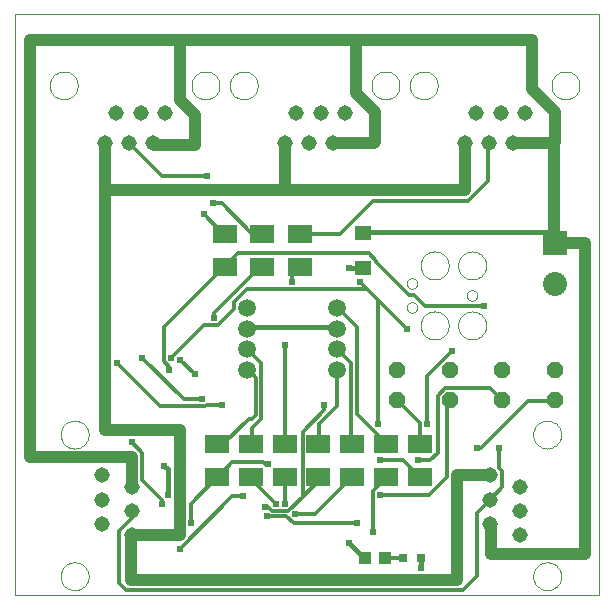
<source format=gtl>
G75*
G70*
%OFA0B0*%
%FSLAX24Y24*%
%IPPOS*%
%LPD*%
%AMOC8*
5,1,8,0,0,1.08239X$1,22.5*
%
%ADD10C,0.0000*%
%ADD11OC8,0.0520*%
%ADD12R,0.0800X0.0800*%
%ADD13C,0.0800*%
%ADD14C,0.0515*%
%ADD15C,0.0594*%
%ADD16R,0.0787X0.0630*%
%ADD17R,0.0433X0.0394*%
%ADD18R,0.0315X0.0315*%
%ADD19R,0.0551X0.0472*%
%ADD20C,0.0180*%
%ADD21C,0.0240*%
%ADD22C,0.0080*%
%ADD23C,0.0120*%
%ADD24C,0.0400*%
D10*
X000483Y000350D02*
X000483Y019721D01*
X019978Y019721D01*
X019978Y000350D01*
X000483Y000350D01*
X002018Y000988D02*
X002020Y001031D01*
X002026Y001073D01*
X002036Y001115D01*
X002049Y001156D01*
X002067Y001195D01*
X002088Y001233D01*
X002112Y001268D01*
X002139Y001301D01*
X002170Y001332D01*
X002203Y001359D01*
X002238Y001383D01*
X002276Y001404D01*
X002315Y001422D01*
X002356Y001435D01*
X002398Y001445D01*
X002440Y001451D01*
X002483Y001453D01*
X002526Y001451D01*
X002568Y001445D01*
X002610Y001435D01*
X002651Y001422D01*
X002690Y001404D01*
X002728Y001383D01*
X002763Y001359D01*
X002796Y001332D01*
X002827Y001301D01*
X002854Y001268D01*
X002878Y001233D01*
X002899Y001195D01*
X002917Y001156D01*
X002930Y001115D01*
X002940Y001073D01*
X002946Y001031D01*
X002948Y000988D01*
X002946Y000945D01*
X002940Y000903D01*
X002930Y000861D01*
X002917Y000820D01*
X002899Y000781D01*
X002878Y000743D01*
X002854Y000708D01*
X002827Y000675D01*
X002796Y000644D01*
X002763Y000617D01*
X002728Y000593D01*
X002690Y000572D01*
X002651Y000554D01*
X002610Y000541D01*
X002568Y000531D01*
X002526Y000525D01*
X002483Y000523D01*
X002440Y000525D01*
X002398Y000531D01*
X002356Y000541D01*
X002315Y000554D01*
X002276Y000572D01*
X002238Y000593D01*
X002203Y000617D01*
X002170Y000644D01*
X002139Y000675D01*
X002112Y000708D01*
X002088Y000743D01*
X002067Y000781D01*
X002049Y000820D01*
X002036Y000861D01*
X002026Y000903D01*
X002020Y000945D01*
X002018Y000988D01*
X002018Y005712D02*
X002020Y005755D01*
X002026Y005797D01*
X002036Y005839D01*
X002049Y005880D01*
X002067Y005919D01*
X002088Y005957D01*
X002112Y005992D01*
X002139Y006025D01*
X002170Y006056D01*
X002203Y006083D01*
X002238Y006107D01*
X002276Y006128D01*
X002315Y006146D01*
X002356Y006159D01*
X002398Y006169D01*
X002440Y006175D01*
X002483Y006177D01*
X002526Y006175D01*
X002568Y006169D01*
X002610Y006159D01*
X002651Y006146D01*
X002690Y006128D01*
X002728Y006107D01*
X002763Y006083D01*
X002796Y006056D01*
X002827Y006025D01*
X002854Y005992D01*
X002878Y005957D01*
X002899Y005919D01*
X002917Y005880D01*
X002930Y005839D01*
X002940Y005797D01*
X002946Y005755D01*
X002948Y005712D01*
X002946Y005669D01*
X002940Y005627D01*
X002930Y005585D01*
X002917Y005544D01*
X002899Y005505D01*
X002878Y005467D01*
X002854Y005432D01*
X002827Y005399D01*
X002796Y005368D01*
X002763Y005341D01*
X002728Y005317D01*
X002690Y005296D01*
X002651Y005278D01*
X002610Y005265D01*
X002568Y005255D01*
X002526Y005249D01*
X002483Y005247D01*
X002440Y005249D01*
X002398Y005255D01*
X002356Y005265D01*
X002315Y005278D01*
X002276Y005296D01*
X002238Y005317D01*
X002203Y005341D01*
X002170Y005368D01*
X002139Y005399D01*
X002112Y005432D01*
X002088Y005467D01*
X002067Y005505D01*
X002049Y005544D01*
X002036Y005585D01*
X002026Y005627D01*
X002020Y005669D01*
X002018Y005712D01*
X013558Y009950D02*
X013560Y009976D01*
X013566Y010002D01*
X013575Y010026D01*
X013588Y010049D01*
X013605Y010069D01*
X013624Y010087D01*
X013646Y010102D01*
X013669Y010113D01*
X013694Y010121D01*
X013720Y010125D01*
X013746Y010125D01*
X013772Y010121D01*
X013797Y010113D01*
X013821Y010102D01*
X013842Y010087D01*
X013861Y010069D01*
X013878Y010049D01*
X013891Y010026D01*
X013900Y010002D01*
X013906Y009976D01*
X013908Y009950D01*
X013906Y009924D01*
X013900Y009898D01*
X013891Y009874D01*
X013878Y009851D01*
X013861Y009831D01*
X013842Y009813D01*
X013820Y009798D01*
X013797Y009787D01*
X013772Y009779D01*
X013746Y009775D01*
X013720Y009775D01*
X013694Y009779D01*
X013669Y009787D01*
X013645Y009798D01*
X013624Y009813D01*
X013605Y009831D01*
X013588Y009851D01*
X013575Y009874D01*
X013566Y009898D01*
X013560Y009924D01*
X013558Y009950D01*
X013558Y010750D02*
X013560Y010776D01*
X013566Y010802D01*
X013575Y010826D01*
X013588Y010849D01*
X013605Y010869D01*
X013624Y010887D01*
X013646Y010902D01*
X013669Y010913D01*
X013694Y010921D01*
X013720Y010925D01*
X013746Y010925D01*
X013772Y010921D01*
X013797Y010913D01*
X013821Y010902D01*
X013842Y010887D01*
X013861Y010869D01*
X013878Y010849D01*
X013891Y010826D01*
X013900Y010802D01*
X013906Y010776D01*
X013908Y010750D01*
X013906Y010724D01*
X013900Y010698D01*
X013891Y010674D01*
X013878Y010651D01*
X013861Y010631D01*
X013842Y010613D01*
X013820Y010598D01*
X013797Y010587D01*
X013772Y010579D01*
X013746Y010575D01*
X013720Y010575D01*
X013694Y010579D01*
X013669Y010587D01*
X013645Y010598D01*
X013624Y010613D01*
X013605Y010631D01*
X013588Y010651D01*
X013575Y010674D01*
X013566Y010698D01*
X013560Y010724D01*
X013558Y010750D01*
X014016Y011350D02*
X014018Y011393D01*
X014024Y011436D01*
X014034Y011478D01*
X014048Y011519D01*
X014065Y011558D01*
X014086Y011596D01*
X014110Y011631D01*
X014138Y011665D01*
X014168Y011695D01*
X014202Y011723D01*
X014237Y011747D01*
X014275Y011768D01*
X014314Y011785D01*
X014355Y011799D01*
X014397Y011809D01*
X014440Y011815D01*
X014483Y011817D01*
X014526Y011815D01*
X014569Y011809D01*
X014611Y011799D01*
X014652Y011785D01*
X014691Y011768D01*
X014729Y011747D01*
X014764Y011723D01*
X014798Y011695D01*
X014828Y011665D01*
X014856Y011631D01*
X014880Y011596D01*
X014901Y011558D01*
X014918Y011519D01*
X014932Y011478D01*
X014942Y011436D01*
X014948Y011393D01*
X014950Y011350D01*
X014948Y011307D01*
X014942Y011264D01*
X014932Y011222D01*
X014918Y011181D01*
X014901Y011142D01*
X014880Y011104D01*
X014856Y011069D01*
X014828Y011035D01*
X014798Y011005D01*
X014764Y010977D01*
X014729Y010953D01*
X014691Y010932D01*
X014652Y010915D01*
X014611Y010901D01*
X014569Y010891D01*
X014526Y010885D01*
X014483Y010883D01*
X014440Y010885D01*
X014397Y010891D01*
X014355Y010901D01*
X014314Y010915D01*
X014275Y010932D01*
X014237Y010953D01*
X014202Y010977D01*
X014168Y011005D01*
X014138Y011035D01*
X014110Y011069D01*
X014086Y011104D01*
X014065Y011142D01*
X014048Y011181D01*
X014034Y011222D01*
X014024Y011264D01*
X014018Y011307D01*
X014016Y011350D01*
X015266Y011350D02*
X015268Y011393D01*
X015274Y011436D01*
X015284Y011478D01*
X015298Y011519D01*
X015315Y011558D01*
X015336Y011596D01*
X015360Y011631D01*
X015388Y011665D01*
X015418Y011695D01*
X015452Y011723D01*
X015487Y011747D01*
X015525Y011768D01*
X015564Y011785D01*
X015605Y011799D01*
X015647Y011809D01*
X015690Y011815D01*
X015733Y011817D01*
X015776Y011815D01*
X015819Y011809D01*
X015861Y011799D01*
X015902Y011785D01*
X015941Y011768D01*
X015979Y011747D01*
X016014Y011723D01*
X016048Y011695D01*
X016078Y011665D01*
X016106Y011631D01*
X016130Y011596D01*
X016151Y011558D01*
X016168Y011519D01*
X016182Y011478D01*
X016192Y011436D01*
X016198Y011393D01*
X016200Y011350D01*
X016198Y011307D01*
X016192Y011264D01*
X016182Y011222D01*
X016168Y011181D01*
X016151Y011142D01*
X016130Y011104D01*
X016106Y011069D01*
X016078Y011035D01*
X016048Y011005D01*
X016014Y010977D01*
X015979Y010953D01*
X015941Y010932D01*
X015902Y010915D01*
X015861Y010901D01*
X015819Y010891D01*
X015776Y010885D01*
X015733Y010883D01*
X015690Y010885D01*
X015647Y010891D01*
X015605Y010901D01*
X015564Y010915D01*
X015525Y010932D01*
X015487Y010953D01*
X015452Y010977D01*
X015418Y011005D01*
X015388Y011035D01*
X015360Y011069D01*
X015336Y011104D01*
X015315Y011142D01*
X015298Y011181D01*
X015284Y011222D01*
X015274Y011264D01*
X015268Y011307D01*
X015266Y011350D01*
X015558Y010350D02*
X015560Y010376D01*
X015566Y010402D01*
X015575Y010426D01*
X015588Y010449D01*
X015605Y010469D01*
X015624Y010487D01*
X015646Y010502D01*
X015669Y010513D01*
X015694Y010521D01*
X015720Y010525D01*
X015746Y010525D01*
X015772Y010521D01*
X015797Y010513D01*
X015821Y010502D01*
X015842Y010487D01*
X015861Y010469D01*
X015878Y010449D01*
X015891Y010426D01*
X015900Y010402D01*
X015906Y010376D01*
X015908Y010350D01*
X015906Y010324D01*
X015900Y010298D01*
X015891Y010274D01*
X015878Y010251D01*
X015861Y010231D01*
X015842Y010213D01*
X015820Y010198D01*
X015797Y010187D01*
X015772Y010179D01*
X015746Y010175D01*
X015720Y010175D01*
X015694Y010179D01*
X015669Y010187D01*
X015645Y010198D01*
X015624Y010213D01*
X015605Y010231D01*
X015588Y010251D01*
X015575Y010274D01*
X015566Y010298D01*
X015560Y010324D01*
X015558Y010350D01*
X015266Y009350D02*
X015268Y009393D01*
X015274Y009436D01*
X015284Y009478D01*
X015298Y009519D01*
X015315Y009558D01*
X015336Y009596D01*
X015360Y009631D01*
X015388Y009665D01*
X015418Y009695D01*
X015452Y009723D01*
X015487Y009747D01*
X015525Y009768D01*
X015564Y009785D01*
X015605Y009799D01*
X015647Y009809D01*
X015690Y009815D01*
X015733Y009817D01*
X015776Y009815D01*
X015819Y009809D01*
X015861Y009799D01*
X015902Y009785D01*
X015941Y009768D01*
X015979Y009747D01*
X016014Y009723D01*
X016048Y009695D01*
X016078Y009665D01*
X016106Y009631D01*
X016130Y009596D01*
X016151Y009558D01*
X016168Y009519D01*
X016182Y009478D01*
X016192Y009436D01*
X016198Y009393D01*
X016200Y009350D01*
X016198Y009307D01*
X016192Y009264D01*
X016182Y009222D01*
X016168Y009181D01*
X016151Y009142D01*
X016130Y009104D01*
X016106Y009069D01*
X016078Y009035D01*
X016048Y009005D01*
X016014Y008977D01*
X015979Y008953D01*
X015941Y008932D01*
X015902Y008915D01*
X015861Y008901D01*
X015819Y008891D01*
X015776Y008885D01*
X015733Y008883D01*
X015690Y008885D01*
X015647Y008891D01*
X015605Y008901D01*
X015564Y008915D01*
X015525Y008932D01*
X015487Y008953D01*
X015452Y008977D01*
X015418Y009005D01*
X015388Y009035D01*
X015360Y009069D01*
X015336Y009104D01*
X015315Y009142D01*
X015298Y009181D01*
X015284Y009222D01*
X015274Y009264D01*
X015268Y009307D01*
X015266Y009350D01*
X014016Y009350D02*
X014018Y009393D01*
X014024Y009436D01*
X014034Y009478D01*
X014048Y009519D01*
X014065Y009558D01*
X014086Y009596D01*
X014110Y009631D01*
X014138Y009665D01*
X014168Y009695D01*
X014202Y009723D01*
X014237Y009747D01*
X014275Y009768D01*
X014314Y009785D01*
X014355Y009799D01*
X014397Y009809D01*
X014440Y009815D01*
X014483Y009817D01*
X014526Y009815D01*
X014569Y009809D01*
X014611Y009799D01*
X014652Y009785D01*
X014691Y009768D01*
X014729Y009747D01*
X014764Y009723D01*
X014798Y009695D01*
X014828Y009665D01*
X014856Y009631D01*
X014880Y009596D01*
X014901Y009558D01*
X014918Y009519D01*
X014932Y009478D01*
X014942Y009436D01*
X014948Y009393D01*
X014950Y009350D01*
X014948Y009307D01*
X014942Y009264D01*
X014932Y009222D01*
X014918Y009181D01*
X014901Y009142D01*
X014880Y009104D01*
X014856Y009069D01*
X014828Y009035D01*
X014798Y009005D01*
X014764Y008977D01*
X014729Y008953D01*
X014691Y008932D01*
X014652Y008915D01*
X014611Y008901D01*
X014569Y008891D01*
X014526Y008885D01*
X014483Y008883D01*
X014440Y008885D01*
X014397Y008891D01*
X014355Y008901D01*
X014314Y008915D01*
X014275Y008932D01*
X014237Y008953D01*
X014202Y008977D01*
X014168Y009005D01*
X014138Y009035D01*
X014110Y009069D01*
X014086Y009104D01*
X014065Y009142D01*
X014048Y009181D01*
X014034Y009222D01*
X014024Y009264D01*
X014018Y009307D01*
X014016Y009350D01*
X017768Y005712D02*
X017770Y005755D01*
X017776Y005797D01*
X017786Y005839D01*
X017799Y005880D01*
X017817Y005919D01*
X017838Y005957D01*
X017862Y005992D01*
X017889Y006025D01*
X017920Y006056D01*
X017953Y006083D01*
X017988Y006107D01*
X018026Y006128D01*
X018065Y006146D01*
X018106Y006159D01*
X018148Y006169D01*
X018190Y006175D01*
X018233Y006177D01*
X018276Y006175D01*
X018318Y006169D01*
X018360Y006159D01*
X018401Y006146D01*
X018440Y006128D01*
X018478Y006107D01*
X018513Y006083D01*
X018546Y006056D01*
X018577Y006025D01*
X018604Y005992D01*
X018628Y005957D01*
X018649Y005919D01*
X018667Y005880D01*
X018680Y005839D01*
X018690Y005797D01*
X018696Y005755D01*
X018698Y005712D01*
X018696Y005669D01*
X018690Y005627D01*
X018680Y005585D01*
X018667Y005544D01*
X018649Y005505D01*
X018628Y005467D01*
X018604Y005432D01*
X018577Y005399D01*
X018546Y005368D01*
X018513Y005341D01*
X018478Y005317D01*
X018440Y005296D01*
X018401Y005278D01*
X018360Y005265D01*
X018318Y005255D01*
X018276Y005249D01*
X018233Y005247D01*
X018190Y005249D01*
X018148Y005255D01*
X018106Y005265D01*
X018065Y005278D01*
X018026Y005296D01*
X017988Y005317D01*
X017953Y005341D01*
X017920Y005368D01*
X017889Y005399D01*
X017862Y005432D01*
X017838Y005467D01*
X017817Y005505D01*
X017799Y005544D01*
X017786Y005585D01*
X017776Y005627D01*
X017770Y005669D01*
X017768Y005712D01*
X017768Y000988D02*
X017770Y001031D01*
X017776Y001073D01*
X017786Y001115D01*
X017799Y001156D01*
X017817Y001195D01*
X017838Y001233D01*
X017862Y001268D01*
X017889Y001301D01*
X017920Y001332D01*
X017953Y001359D01*
X017988Y001383D01*
X018026Y001404D01*
X018065Y001422D01*
X018106Y001435D01*
X018148Y001445D01*
X018190Y001451D01*
X018233Y001453D01*
X018276Y001451D01*
X018318Y001445D01*
X018360Y001435D01*
X018401Y001422D01*
X018440Y001404D01*
X018478Y001383D01*
X018513Y001359D01*
X018546Y001332D01*
X018577Y001301D01*
X018604Y001268D01*
X018628Y001233D01*
X018649Y001195D01*
X018667Y001156D01*
X018680Y001115D01*
X018690Y001073D01*
X018696Y001031D01*
X018698Y000988D01*
X018696Y000945D01*
X018690Y000903D01*
X018680Y000861D01*
X018667Y000820D01*
X018649Y000781D01*
X018628Y000743D01*
X018604Y000708D01*
X018577Y000675D01*
X018546Y000644D01*
X018513Y000617D01*
X018478Y000593D01*
X018440Y000572D01*
X018401Y000554D01*
X018360Y000541D01*
X018318Y000531D01*
X018276Y000525D01*
X018233Y000523D01*
X018190Y000525D01*
X018148Y000531D01*
X018106Y000541D01*
X018065Y000554D01*
X018026Y000572D01*
X017988Y000593D01*
X017953Y000617D01*
X017920Y000644D01*
X017889Y000675D01*
X017862Y000708D01*
X017838Y000743D01*
X017817Y000781D01*
X017799Y000820D01*
X017786Y000861D01*
X017776Y000903D01*
X017770Y000945D01*
X017768Y000988D01*
X018380Y017350D02*
X018382Y017393D01*
X018388Y017435D01*
X018398Y017477D01*
X018411Y017518D01*
X018429Y017557D01*
X018450Y017595D01*
X018474Y017630D01*
X018501Y017663D01*
X018532Y017694D01*
X018565Y017721D01*
X018600Y017745D01*
X018638Y017766D01*
X018677Y017784D01*
X018718Y017797D01*
X018760Y017807D01*
X018802Y017813D01*
X018845Y017815D01*
X018888Y017813D01*
X018930Y017807D01*
X018972Y017797D01*
X019013Y017784D01*
X019052Y017766D01*
X019090Y017745D01*
X019125Y017721D01*
X019158Y017694D01*
X019189Y017663D01*
X019216Y017630D01*
X019240Y017595D01*
X019261Y017557D01*
X019279Y017518D01*
X019292Y017477D01*
X019302Y017435D01*
X019308Y017393D01*
X019310Y017350D01*
X019308Y017307D01*
X019302Y017265D01*
X019292Y017223D01*
X019279Y017182D01*
X019261Y017143D01*
X019240Y017105D01*
X019216Y017070D01*
X019189Y017037D01*
X019158Y017006D01*
X019125Y016979D01*
X019090Y016955D01*
X019052Y016934D01*
X019013Y016916D01*
X018972Y016903D01*
X018930Y016893D01*
X018888Y016887D01*
X018845Y016885D01*
X018802Y016887D01*
X018760Y016893D01*
X018718Y016903D01*
X018677Y016916D01*
X018638Y016934D01*
X018600Y016955D01*
X018565Y016979D01*
X018532Y017006D01*
X018501Y017037D01*
X018474Y017070D01*
X018450Y017105D01*
X018429Y017143D01*
X018411Y017182D01*
X018398Y017223D01*
X018388Y017265D01*
X018382Y017307D01*
X018380Y017350D01*
X013655Y017350D02*
X013657Y017393D01*
X013663Y017435D01*
X013673Y017477D01*
X013686Y017518D01*
X013704Y017557D01*
X013725Y017595D01*
X013749Y017630D01*
X013776Y017663D01*
X013807Y017694D01*
X013840Y017721D01*
X013875Y017745D01*
X013913Y017766D01*
X013952Y017784D01*
X013993Y017797D01*
X014035Y017807D01*
X014077Y017813D01*
X014120Y017815D01*
X014163Y017813D01*
X014205Y017807D01*
X014247Y017797D01*
X014288Y017784D01*
X014327Y017766D01*
X014365Y017745D01*
X014400Y017721D01*
X014433Y017694D01*
X014464Y017663D01*
X014491Y017630D01*
X014515Y017595D01*
X014536Y017557D01*
X014554Y017518D01*
X014567Y017477D01*
X014577Y017435D01*
X014583Y017393D01*
X014585Y017350D01*
X014583Y017307D01*
X014577Y017265D01*
X014567Y017223D01*
X014554Y017182D01*
X014536Y017143D01*
X014515Y017105D01*
X014491Y017070D01*
X014464Y017037D01*
X014433Y017006D01*
X014400Y016979D01*
X014365Y016955D01*
X014327Y016934D01*
X014288Y016916D01*
X014247Y016903D01*
X014205Y016893D01*
X014163Y016887D01*
X014120Y016885D01*
X014077Y016887D01*
X014035Y016893D01*
X013993Y016903D01*
X013952Y016916D01*
X013913Y016934D01*
X013875Y016955D01*
X013840Y016979D01*
X013807Y017006D01*
X013776Y017037D01*
X013749Y017070D01*
X013725Y017105D01*
X013704Y017143D01*
X013686Y017182D01*
X013673Y017223D01*
X013663Y017265D01*
X013657Y017307D01*
X013655Y017350D01*
X012380Y017350D02*
X012382Y017393D01*
X012388Y017435D01*
X012398Y017477D01*
X012411Y017518D01*
X012429Y017557D01*
X012450Y017595D01*
X012474Y017630D01*
X012501Y017663D01*
X012532Y017694D01*
X012565Y017721D01*
X012600Y017745D01*
X012638Y017766D01*
X012677Y017784D01*
X012718Y017797D01*
X012760Y017807D01*
X012802Y017813D01*
X012845Y017815D01*
X012888Y017813D01*
X012930Y017807D01*
X012972Y017797D01*
X013013Y017784D01*
X013052Y017766D01*
X013090Y017745D01*
X013125Y017721D01*
X013158Y017694D01*
X013189Y017663D01*
X013216Y017630D01*
X013240Y017595D01*
X013261Y017557D01*
X013279Y017518D01*
X013292Y017477D01*
X013302Y017435D01*
X013308Y017393D01*
X013310Y017350D01*
X013308Y017307D01*
X013302Y017265D01*
X013292Y017223D01*
X013279Y017182D01*
X013261Y017143D01*
X013240Y017105D01*
X013216Y017070D01*
X013189Y017037D01*
X013158Y017006D01*
X013125Y016979D01*
X013090Y016955D01*
X013052Y016934D01*
X013013Y016916D01*
X012972Y016903D01*
X012930Y016893D01*
X012888Y016887D01*
X012845Y016885D01*
X012802Y016887D01*
X012760Y016893D01*
X012718Y016903D01*
X012677Y016916D01*
X012638Y016934D01*
X012600Y016955D01*
X012565Y016979D01*
X012532Y017006D01*
X012501Y017037D01*
X012474Y017070D01*
X012450Y017105D01*
X012429Y017143D01*
X012411Y017182D01*
X012398Y017223D01*
X012388Y017265D01*
X012382Y017307D01*
X012380Y017350D01*
X007655Y017350D02*
X007657Y017393D01*
X007663Y017435D01*
X007673Y017477D01*
X007686Y017518D01*
X007704Y017557D01*
X007725Y017595D01*
X007749Y017630D01*
X007776Y017663D01*
X007807Y017694D01*
X007840Y017721D01*
X007875Y017745D01*
X007913Y017766D01*
X007952Y017784D01*
X007993Y017797D01*
X008035Y017807D01*
X008077Y017813D01*
X008120Y017815D01*
X008163Y017813D01*
X008205Y017807D01*
X008247Y017797D01*
X008288Y017784D01*
X008327Y017766D01*
X008365Y017745D01*
X008400Y017721D01*
X008433Y017694D01*
X008464Y017663D01*
X008491Y017630D01*
X008515Y017595D01*
X008536Y017557D01*
X008554Y017518D01*
X008567Y017477D01*
X008577Y017435D01*
X008583Y017393D01*
X008585Y017350D01*
X008583Y017307D01*
X008577Y017265D01*
X008567Y017223D01*
X008554Y017182D01*
X008536Y017143D01*
X008515Y017105D01*
X008491Y017070D01*
X008464Y017037D01*
X008433Y017006D01*
X008400Y016979D01*
X008365Y016955D01*
X008327Y016934D01*
X008288Y016916D01*
X008247Y016903D01*
X008205Y016893D01*
X008163Y016887D01*
X008120Y016885D01*
X008077Y016887D01*
X008035Y016893D01*
X007993Y016903D01*
X007952Y016916D01*
X007913Y016934D01*
X007875Y016955D01*
X007840Y016979D01*
X007807Y017006D01*
X007776Y017037D01*
X007749Y017070D01*
X007725Y017105D01*
X007704Y017143D01*
X007686Y017182D01*
X007673Y017223D01*
X007663Y017265D01*
X007657Y017307D01*
X007655Y017350D01*
X006380Y017350D02*
X006382Y017393D01*
X006388Y017435D01*
X006398Y017477D01*
X006411Y017518D01*
X006429Y017557D01*
X006450Y017595D01*
X006474Y017630D01*
X006501Y017663D01*
X006532Y017694D01*
X006565Y017721D01*
X006600Y017745D01*
X006638Y017766D01*
X006677Y017784D01*
X006718Y017797D01*
X006760Y017807D01*
X006802Y017813D01*
X006845Y017815D01*
X006888Y017813D01*
X006930Y017807D01*
X006972Y017797D01*
X007013Y017784D01*
X007052Y017766D01*
X007090Y017745D01*
X007125Y017721D01*
X007158Y017694D01*
X007189Y017663D01*
X007216Y017630D01*
X007240Y017595D01*
X007261Y017557D01*
X007279Y017518D01*
X007292Y017477D01*
X007302Y017435D01*
X007308Y017393D01*
X007310Y017350D01*
X007308Y017307D01*
X007302Y017265D01*
X007292Y017223D01*
X007279Y017182D01*
X007261Y017143D01*
X007240Y017105D01*
X007216Y017070D01*
X007189Y017037D01*
X007158Y017006D01*
X007125Y016979D01*
X007090Y016955D01*
X007052Y016934D01*
X007013Y016916D01*
X006972Y016903D01*
X006930Y016893D01*
X006888Y016887D01*
X006845Y016885D01*
X006802Y016887D01*
X006760Y016893D01*
X006718Y016903D01*
X006677Y016916D01*
X006638Y016934D01*
X006600Y016955D01*
X006565Y016979D01*
X006532Y017006D01*
X006501Y017037D01*
X006474Y017070D01*
X006450Y017105D01*
X006429Y017143D01*
X006411Y017182D01*
X006398Y017223D01*
X006388Y017265D01*
X006382Y017307D01*
X006380Y017350D01*
X001655Y017350D02*
X001657Y017393D01*
X001663Y017435D01*
X001673Y017477D01*
X001686Y017518D01*
X001704Y017557D01*
X001725Y017595D01*
X001749Y017630D01*
X001776Y017663D01*
X001807Y017694D01*
X001840Y017721D01*
X001875Y017745D01*
X001913Y017766D01*
X001952Y017784D01*
X001993Y017797D01*
X002035Y017807D01*
X002077Y017813D01*
X002120Y017815D01*
X002163Y017813D01*
X002205Y017807D01*
X002247Y017797D01*
X002288Y017784D01*
X002327Y017766D01*
X002365Y017745D01*
X002400Y017721D01*
X002433Y017694D01*
X002464Y017663D01*
X002491Y017630D01*
X002515Y017595D01*
X002536Y017557D01*
X002554Y017518D01*
X002567Y017477D01*
X002577Y017435D01*
X002583Y017393D01*
X002585Y017350D01*
X002583Y017307D01*
X002577Y017265D01*
X002567Y017223D01*
X002554Y017182D01*
X002536Y017143D01*
X002515Y017105D01*
X002491Y017070D01*
X002464Y017037D01*
X002433Y017006D01*
X002400Y016979D01*
X002365Y016955D01*
X002327Y016934D01*
X002288Y016916D01*
X002247Y016903D01*
X002205Y016893D01*
X002163Y016887D01*
X002120Y016885D01*
X002077Y016887D01*
X002035Y016893D01*
X001993Y016903D01*
X001952Y016916D01*
X001913Y016934D01*
X001875Y016955D01*
X001840Y016979D01*
X001807Y017006D01*
X001776Y017037D01*
X001749Y017070D01*
X001725Y017105D01*
X001704Y017143D01*
X001686Y017182D01*
X001673Y017223D01*
X001663Y017265D01*
X001657Y017307D01*
X001655Y017350D01*
D11*
X013233Y007850D03*
X013233Y006850D03*
X014983Y006850D03*
X014983Y007850D03*
X016733Y007850D03*
X016733Y006850D03*
X018483Y006850D03*
X018483Y007850D03*
D12*
X018483Y012100D03*
D13*
X018483Y010722D03*
D14*
X017089Y015444D03*
X016286Y015444D03*
X015483Y015444D03*
X015876Y016444D03*
X016679Y016444D03*
X017483Y016444D03*
X011483Y016444D03*
X010679Y016444D03*
X009876Y016444D03*
X009483Y015444D03*
X010286Y015444D03*
X011089Y015444D03*
X005483Y016444D03*
X004679Y016444D03*
X003876Y016444D03*
X003483Y015444D03*
X004286Y015444D03*
X005089Y015444D03*
X003388Y004350D03*
X003388Y003547D03*
X003388Y002744D03*
X004388Y002350D03*
X004388Y003153D03*
X004388Y003956D03*
X016327Y004350D03*
X016327Y003547D03*
X016327Y002744D03*
X017327Y002350D03*
X017327Y003153D03*
X017327Y003956D03*
D15*
X011233Y007869D03*
X011233Y008556D03*
X011233Y009244D03*
X011233Y009931D03*
X008233Y009931D03*
X008233Y009244D03*
X008233Y008556D03*
X008233Y007869D03*
D16*
X008358Y005401D03*
X009483Y005401D03*
X009483Y004299D03*
X008358Y004299D03*
X007233Y004299D03*
X007233Y005401D03*
X010608Y005401D03*
X011733Y005401D03*
X011733Y004299D03*
X010608Y004299D03*
X012858Y004299D03*
X013983Y004299D03*
X013983Y005401D03*
X012858Y005401D03*
X009983Y011299D03*
X009983Y012401D03*
X008733Y012401D03*
X008733Y011299D03*
X007483Y011299D03*
X007483Y012401D03*
D17*
X012148Y001600D03*
X012817Y001600D03*
D18*
X013437Y001600D03*
X014028Y001600D03*
D19*
X012108Y011259D03*
X012108Y012441D03*
D20*
X012123Y012470D01*
X018303Y012470D01*
X018483Y012100D01*
X012108Y011259D02*
X012063Y011270D01*
X011643Y011270D01*
X011223Y009290D02*
X011233Y009244D01*
X011223Y009290D02*
X008283Y009290D01*
X008233Y009244D01*
X005463Y004670D02*
X005583Y004550D01*
X005583Y003710D01*
X011643Y002090D02*
X012123Y001610D01*
X012148Y001600D01*
X014028Y001600D02*
X014043Y001550D01*
X014043Y001250D01*
D21*
X014043Y001250D03*
X012423Y002450D03*
X011883Y002750D03*
X011643Y002090D03*
X012663Y003710D03*
X012663Y004850D03*
X012603Y006050D03*
X013923Y004850D03*
X014223Y006050D03*
X015903Y005270D03*
X016623Y005270D03*
X015063Y008510D03*
X013563Y009230D03*
X012003Y010790D03*
X011643Y011270D03*
X009723Y010790D03*
X009483Y008690D03*
X010803Y006710D03*
X008943Y004730D03*
X008103Y003650D03*
X008823Y003290D03*
X008883Y002990D03*
X009183Y003410D03*
X009483Y003410D03*
X009843Y003050D03*
X006363Y002750D03*
X006003Y001910D03*
X005403Y003410D03*
X005583Y003710D03*
X005463Y004670D03*
X004383Y005450D03*
X006723Y006890D03*
X007383Y006710D03*
X006483Y007730D03*
X006003Y008210D03*
X005703Y008270D03*
X005643Y007850D03*
X004743Y008270D03*
X003903Y008090D03*
X007143Y009590D03*
X006783Y013070D03*
X007083Y013430D03*
X006903Y014330D03*
X016143Y010010D03*
D22*
X016733Y006850D02*
X016683Y006830D01*
D23*
X016733Y006850D02*
X016683Y006890D01*
X016323Y007250D01*
X014823Y007250D01*
X014583Y007010D01*
X014583Y005090D01*
X014343Y004850D01*
X013923Y004850D01*
X013443Y004850D02*
X013983Y004310D01*
X013983Y004299D01*
X014283Y003710D02*
X014883Y004310D01*
X014883Y006770D01*
X014943Y006830D01*
X014983Y006850D01*
X014223Y006050D02*
X014223Y007670D01*
X015063Y008510D01*
X013563Y009230D02*
X012633Y010160D01*
X012603Y010130D01*
X012603Y006050D01*
X012843Y005450D02*
X012858Y005401D01*
X012843Y005450D02*
X011883Y006410D01*
X011883Y009290D01*
X011283Y009890D01*
X011233Y009931D01*
X012183Y010550D02*
X012213Y010580D01*
X012633Y010160D01*
X012213Y010580D02*
X012003Y010790D01*
X012183Y010550D02*
X008223Y010550D01*
X007803Y010130D01*
X007803Y009890D01*
X007263Y009350D01*
X006783Y009350D01*
X005703Y008270D01*
X005463Y008150D02*
X005643Y007970D01*
X005643Y007850D01*
X005463Y008150D02*
X005463Y009290D01*
X007443Y011270D01*
X007483Y011299D01*
X007503Y011330D01*
X007923Y011750D01*
X012303Y011750D01*
X012543Y011510D01*
X012543Y011450D01*
X013623Y010370D01*
X013803Y010370D01*
X014163Y010010D01*
X016143Y010010D01*
X017583Y006830D02*
X018483Y006830D01*
X018483Y006850D01*
X017583Y006830D02*
X016023Y005270D01*
X015903Y005270D01*
X016623Y005270D02*
X016623Y004610D01*
X016743Y004490D01*
X016743Y003950D01*
X016383Y003590D01*
X016327Y003547D01*
X016323Y003530D01*
X015903Y003110D01*
X015903Y001010D01*
X015423Y000530D01*
X004203Y000530D01*
X003963Y000770D01*
X003963Y002510D01*
X004383Y002930D01*
X004383Y003110D01*
X004388Y003153D01*
X005403Y003410D02*
X005403Y003530D01*
X004743Y004190D01*
X004743Y005090D01*
X004383Y005450D01*
X005343Y006650D02*
X003903Y008090D01*
X004743Y008270D02*
X006123Y006890D01*
X006723Y006890D01*
X006903Y006710D02*
X006843Y006650D01*
X005343Y006650D01*
X006483Y007730D02*
X006003Y008210D01*
X007143Y009590D02*
X007143Y009770D01*
X008703Y011330D01*
X008733Y011299D01*
X009723Y011030D02*
X009723Y010790D01*
X009723Y011030D02*
X009963Y011270D01*
X009983Y011299D01*
X009983Y012401D02*
X010023Y012410D01*
X011343Y012410D01*
X012423Y013490D01*
X015603Y013490D01*
X016263Y014150D01*
X016263Y015410D01*
X016286Y015444D01*
X011233Y008556D02*
X011283Y008510D01*
X011703Y008090D01*
X011703Y005450D01*
X011733Y005401D01*
X012663Y004850D02*
X013443Y004850D01*
X013983Y005401D02*
X013983Y006110D01*
X013263Y006830D01*
X013233Y006850D01*
X011223Y006650D02*
X011223Y007850D01*
X011233Y007869D01*
X011223Y006650D02*
X010623Y006050D01*
X010623Y005450D01*
X010608Y005401D01*
X010083Y005810D02*
X010083Y003710D01*
X010113Y003680D01*
X009603Y003170D01*
X009063Y003170D01*
X008943Y003290D01*
X008823Y003290D01*
X008883Y002990D02*
X009543Y002990D01*
X009783Y002750D01*
X011883Y002750D01*
X012423Y002450D02*
X012423Y003830D01*
X012843Y004250D01*
X012858Y004299D01*
X012663Y003710D02*
X014283Y003710D01*
X013437Y001600D02*
X013383Y001610D01*
X012843Y001610D01*
X012817Y001600D01*
X010503Y003050D02*
X011703Y004250D01*
X011733Y004299D01*
X010608Y004299D02*
X010563Y004250D01*
X010563Y004130D01*
X010113Y003680D01*
X009843Y003050D02*
X010503Y003050D01*
X009483Y003410D02*
X009483Y004299D01*
X008943Y004730D02*
X008823Y004730D01*
X008763Y004790D01*
X007743Y004790D01*
X007263Y004310D01*
X007233Y004299D01*
X007203Y004250D01*
X006363Y003410D01*
X006363Y002750D01*
X006003Y001910D02*
X007743Y003650D01*
X008103Y003650D01*
X008343Y004250D02*
X008358Y004299D01*
X008343Y004250D02*
X009183Y003410D01*
X009483Y005401D02*
X009483Y008690D01*
X008703Y008090D02*
X008283Y008510D01*
X008233Y008556D01*
X008703Y008090D02*
X008703Y006230D01*
X008403Y005930D01*
X008403Y005450D01*
X008358Y005401D01*
X008403Y006230D02*
X008283Y006230D01*
X007503Y005450D01*
X007263Y005450D01*
X007233Y005401D01*
X007383Y006710D02*
X006903Y006710D01*
X008233Y007869D02*
X008283Y007850D01*
X008523Y007610D01*
X008523Y006350D01*
X008403Y006230D01*
X010083Y005810D02*
X010803Y006530D01*
X010803Y006710D01*
X008733Y012401D02*
X008703Y012410D01*
X008403Y012410D01*
X007383Y013430D01*
X007083Y013430D01*
X006783Y013070D02*
X007443Y012410D01*
X007483Y012401D01*
X006903Y014330D02*
X005403Y014330D01*
X004323Y015410D01*
X004286Y015444D01*
D24*
X005089Y015444D02*
X005183Y015350D01*
X006483Y015350D01*
X006483Y016350D01*
X005983Y016850D01*
X005983Y018850D01*
X011858Y018850D01*
X017733Y018850D01*
X017733Y017225D01*
X018483Y016475D01*
X018483Y015475D01*
X018452Y015444D01*
X018452Y012100D01*
X018483Y012100D01*
X019483Y012100D01*
X019483Y001725D01*
X016358Y001725D01*
X016358Y002744D01*
X016327Y002744D01*
X016327Y004350D02*
X015233Y004350D01*
X015233Y000850D01*
X004358Y000850D01*
X004358Y002350D01*
X004388Y002350D01*
X005983Y002350D01*
X005983Y005850D01*
X003483Y005850D01*
X003483Y013850D01*
X009483Y013850D01*
X015483Y013850D01*
X015483Y015444D01*
X017089Y015444D02*
X018452Y015444D01*
X012483Y015475D02*
X012452Y015444D01*
X011089Y015444D01*
X012483Y015475D02*
X012483Y016475D01*
X011858Y017100D01*
X011858Y018850D01*
X009483Y015444D02*
X009483Y013850D01*
X005983Y018850D02*
X000983Y018850D01*
X000983Y005100D01*
X001108Y004975D01*
X004388Y004975D01*
X004388Y003956D01*
X001108Y004975D02*
X000983Y004975D01*
X000983Y005100D01*
X003483Y013850D02*
X003483Y015444D01*
M02*

</source>
